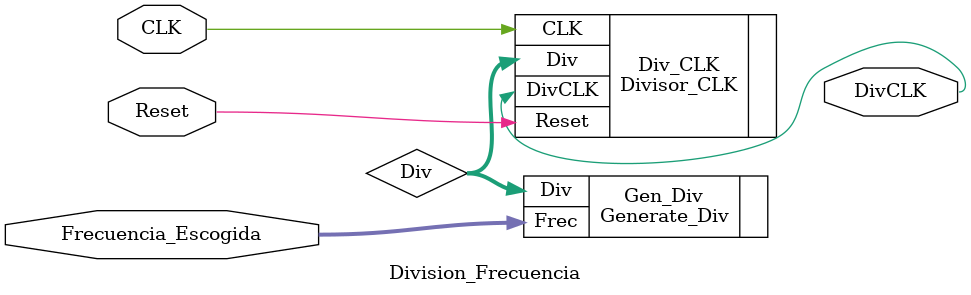
<source format=v>
`timescale 1ns / 1ps
module Division_Frecuencia(
    input [2:0] Frecuencia_Escogida,
    input CLK,
    input Reset,
    output DivCLK
    );

//Genera el codigo en binario para la division de frecuencia (Div) para el divisor.
wire [6:0] Div;

Generate_Div Gen_Div (
    .Frec(Frecuencia_Escogida), 
    .Div(Div)
    );

Divisor_CLK Div_CLK (
    .CLK(CLK), 
    .Reset(Reset), 
    .Div(Div), 
    .DivCLK(DivCLK)
    );


endmodule

</source>
